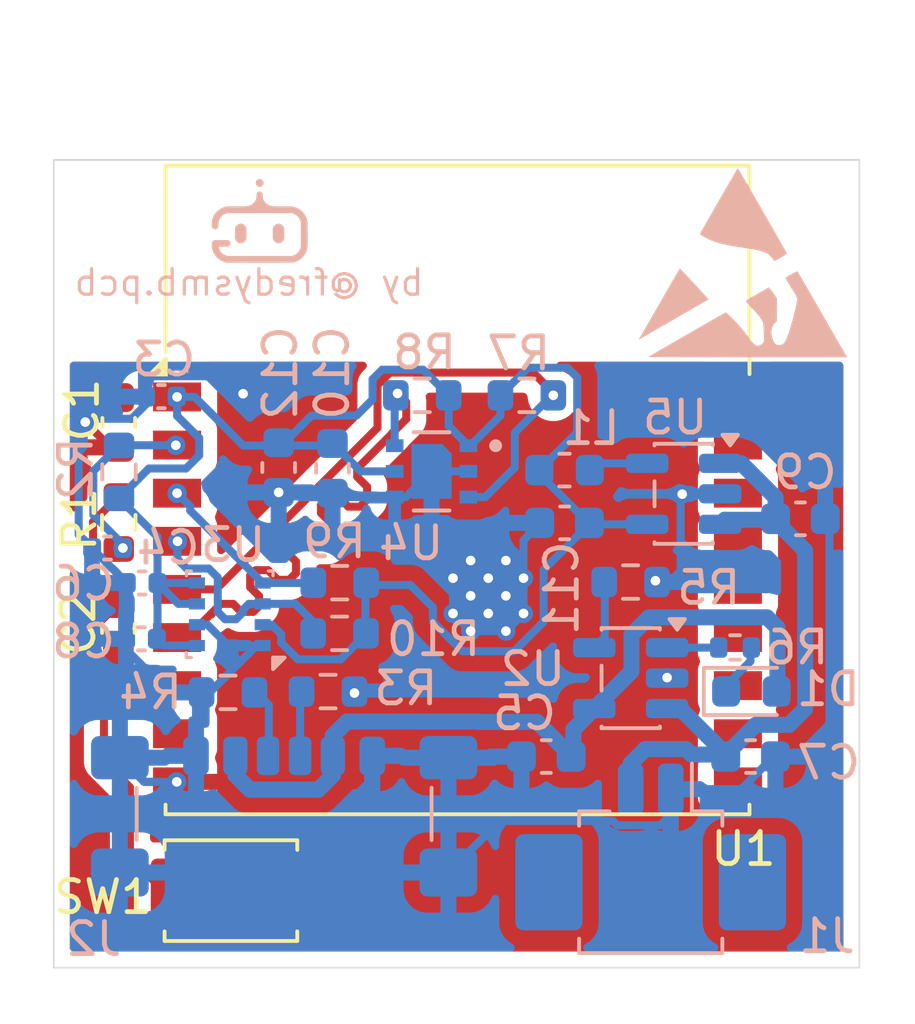
<source format=kicad_pcb>
(kicad_pcb (version 20241229) (generator "pcbnew") (generator_version "9.0")
  (layers (0 "F.Cu" signal) (2 "B.Cu" signal) (13 "F.Paste" user) (15 "B.Paste" user) (5 "F.SilkS" user "F.Silkscreen") (7 "B.SilkS" user "B.Silkscreen") (1 "F.Mask" user) (3 "B.Mask" user) (25 "Edge.Cuts" user))
  (net 0 "")
  (net 1 "Net-(J2-CC1)")
  (net 2 "GND")
  (net 3 "Net-(J2-CC2)")
  (net 4 "+3V3")
  (net 5 "Net-(U1-EN)")
  (net 6 "/BME280_SDA")
  (net 7 "/BME280_SCL")
  (net 8 "/SGP40_SCL")
  (net 9 "/SGP40_SDA")
  (net 10 "Net-(D1-K)")
  (net 22 "VBUS")
  (net 23 "+BATT")
  (net 24 "Net-(U2-PROG)")
  (net 25 "Net-(U2-STAT)")
  (net 26 "Net-(U5-SW)")
  (net 27 "Net-(C2-Pad1)")
  (footprint "Capacitor_SMD:C_0603_1608Metric" (layer "F.Cu") (at 128.17 59.995 -90)
    (property "Reference" "C1")
    (property "Value" "10uF")
  )
  (footprint "Resistor_SMD:R_0603_1608Metric" (layer "F.Cu") (at 128.17 63.115 90)
    (property "Reference" "R1")
    (property "Value" "10k")
  )
  (footprint "Capacitor_SMD:C_0603_1608Metric" (layer "F.Cu") (at 128.16 66.415 -90)
    (property "Reference" "C2")
    (property "Value" "1uF")
  )
  (footprint "RF_Module:ESP32-C3-WROOM-02" (layer "F.Cu") (at 138.74 65.2)
    (property "Reference" "U1")
    (property "Value" "ESP32-C3-WROOM-02")
  )
  (footprint "Button_Switch_SMD:SW_Push_SPST_NO_Alps_SKRK" (layer "F.Cu") (at 131.67 74.59 180)
    (property "Reference" "SW1")
    (property "Value" "SW_Push")
  )
  (footprint "Resistor_SMD:R_0603_1608Metric" (layer "B.Cu") (at 140.905 59.15)
    (property "Reference" "R7")
    (property "Value" "4.7k")
  )
  (footprint "Resistor_SMD:R_0402_1005Metric" (layer "B.Cu") (at 147.4 67.01 180)
    (property "Reference" "R6")
    (property "Value" "470")
  )
  (footprint "Symbol:ESD-Logo_6.6x6mm_SilkScreen" (layer "B.Cu") (at 147.641761 55.004512 180)
    (property "Reference" "REF**" (hide yes))
    (property "Value" "ESD-Logo_6.6x6mm_SilkScreen" (hide yes))
  )
  (footprint "Package_TO_SOT_SMD:SOT-23-5" (layer "B.Cu") (at 144.144339 67.964796 180)
    (property "Reference" "U2")
    (property "Value" "MCP73831")
  )
  (footprint "Capacitor_SMD:C_0402_1005Metric" (layer "B.Cu") (at 127.82 63.91 180)
    (property "Reference" "C4")
    (property "Value" "0.1uF")
  )
  (footprint "Capacitor_SMD:C_0603_1608Metric" (layer "B.Cu") (at 141.51 70.41 180)
    (property "Reference" "C5")
    (property "Value" "4.7uF")
  )
  (footprint "Connector_USB:USB_C_Receptacle_GCT_USB4135-GF-A_6P_TopMnt_Horizontal" (layer "B.Cu") (at 133.33 73.4225 180)
    (property "Reference" "J2")
    (property "Value" "USB_C_PowerOnly")
  )
  (footprint "Capacitor_SMD:C_0402_1005Metric" (layer "B.Cu") (at 129.5 59.19 180)
    (property "Reference" "C3")
    (property "Value" "0.1uF")
  )
  (footprint "Capacitor_SMD:C_0603_1608Metric" (layer "B.Cu") (at 149.44 63)
    (property "Reference" "C9")
    (property "Value" "4.7uF")
  )
  (footprint "Connector_Molex:Molex_PicoBlade_53261-0271_1x02-1MP_P1.25mm_Horizontal" (layer "B.Cu") (at 144.768774 73.827352 180)
    (property "Reference" "J1")
    (property "Value" "BAT_Connector")
  )
  (footprint "Capacitor_SMD:C_0603_1608Metric" (layer "B.Cu") (at 134.84 61.425 -90)
    (property "Reference" "C10")
    (property "Value" "1uF")
  )
  (footprint "Package_TO_SOT_SMD:SOT-23-5" (layer "B.Cu") (at 145.7975 62.22 180)
    (property "Reference" "U5")
    (property "Value" "TPS62203")
  )
  (footprint "LED_SMD:LED_0603_1608Metric" (layer "B.Cu") (at 147.91 68.38)
    (property "Reference" "D1")
    (property "Value" "LED")
  )
  (footprint "Resistor_SMD:R_0603_1608Metric" (layer "B.Cu") (at 144.14 64.97 180)
    (property "Reference" "R5")
    (property "Value" "2k")
  )
  (footprint "Capacitor_SMD:C_0402_1005Metric" (layer "B.Cu") (at 128.88 66.74 180)
    (property "Reference" "C8")
    (property "Value" "0.1uF")
  )
  (footprint "Package_LGA:Bosch_LGA-8_2.5x2.5mm_P0.65mm_ClockwisePinNumbering" (layer "B.Cu") (at 131.635 65.975 90)
    (property "Reference" "U3")
    (property "Value" "BME280")
  )
  (footprint "Resistor_SMD:R_0603_1608Metric" (layer "B.Cu") (at 134.699788 68.383922)
    (property "Reference" "R3")
    (property "Value" "10k")
  )
  (footprint "Resistor_SMD:R_0603_1608Metric" (layer "B.Cu") (at 131.58 68.41 180)
    (property "Reference" "R4")
    (property "Value" "10k")
  )
  (footprint "Inductor_SMD:L_0603_1608Metric" (layer "B.Cu") (at 142.08 61.48 180)
    (property "Reference" "L1")
    (property "Value" "10uH")
  )
  (footprint "Global_Footprint:InGnia" (layer "B.Cu") (at 132.57 53.71 180)
    (property "Reference" "G***" (hide yes))
    (property "Value" "LOGO" (hide yes))
  )
  (footprint "Capacitor_SMD:C_0603_1608Metric" (layer "B.Cu") (at 142.081222 63.125807 180)
    (property "Reference" "C11")
    (property "Value" "4.7uF")
  )
  (footprint "Resistor_SMD:R_0603_1608Metric" (layer "B.Cu") (at 137.64 59.15 180)
    (property "Reference" "R8")
    (property "Value" "4.7k")
  )
  (footprint "Capacitor_SMD:C_0402_1005Metric" (layer "B.Cu") (at 128.9 65 180)
    (property "Reference" "C6")
    (property "Value" "0.1uF")
  )
  (footprint "Global_Footprint:XCDR_SGP40-D-R4" (layer "B.Cu") (at 137.93 61.52 180)
    (property "Reference" "U4")
    (property "Value" "SGP40-D-R4")
  )
  (footprint "Capacitor_SMD:C_0603_1608Metric" (layer "B.Cu") (at 147.885 70.41)
    (property "Reference" "C7")
    (property "Value" "4.7uF")
  )
  (footprint "Resistor_SMD:R_0603_1608Metric" (layer "B.Cu") (at 135.065 64.99 180)
    (property "Reference" "R9")
    (property "Value" "4.7k")
  )
  (footprint "Resistor_SMD:R_0603_1608Metric" (layer "B.Cu") (at 128.178355 61.535599 90)
    (property "Reference" "R2")
    (property "Value" "10k")
  )
  (footprint "Capacitor_SMD:C_0603_1608Metric" (layer "B.Cu") (at 133.16 61.4 -90)
    (property "Reference" "C12")
    (property "Value" "1uF")
  )
  (footprint "Resistor_SMD:R_0603_1608Metric" (layer "B.Cu") (at 135.06 66.57 180)
    (property "Reference" "R10")
    (property "Value" "4.7k")
  )
  (gr_rect (start 126.14 51.81) (end 151.28 76.99) (stroke (width 0.05)) (fill no) (layer "Edge.Cuts"))
  (gr_text "by @fredysmb.pcb" (at 137.75 56.1 0) (layer "B.SilkS") (effects (font (size 0.8 0.8) (thickness 0.1) (bold yes)) (justify left bottom mirror)))
  (segment (start 133.83 70.39) (end 133.83 68.475) (width 0.25) (layer "B.Cu") (net 1))
  (segment (start 133.83 68.475) (end 133.875 68.43) (width 0.25) (layer "B.Cu") (net 1))
  (segment (start 144.985 65) (end 144.985 67.655) (width 0.25) (layer "F.Cu") (net 2))
  (segment (start 127.91206 60.77) (end 127.125125 59.983065) (width 0.25) (layer "F.Cu") (net 2))
  (segment (start 136.72 68.38) (end 139.7 65.4) (width 0.25) (layer "F.Cu") (net 2))
  (segment (start 132.695 71.2) (end 129.99 71.2) (width 0.25) (layer "F.Cu") (net 2))
  (segment (start 135.525 68.43) (end 135.465 68.43) (width 0.25) (layer "F.Cu") (net 2))
  (segment (start 144.985 67.655) (end 145.28 67.95) (width 0.25) (layer "F.Cu") (net 2))
  (segment (start 128.16 67.19) (end 128.16 70.37) (width 0.25) (layer "F.Cu") (net 2))
  (segment (start 128.99 71.2) (end 129.98 71.2) (width 0.25) (layer "F.Cu") (net 2))
  (segment (start 135.575 68.38) (end 136.72 68.38) (width 0.25) (layer "F.Cu") (net 2))
  (segment (start 129.98 71.2) (end 129.99 71.2) (width 0.25) (layer "F.Cu") (net 2))
  (segment (start 144.915 64.93) (end 144.445 65.4) (width 0.25) (layer "F.Cu") (net 2))
  (segment (start 144.915 64.93) (end 144.985 65) (width 0.25) (layer "F.Cu") (net 2))
  (segment (start 135.525 68.43) (end 135.575 68.38) (width 0.25) (layer "F.Cu") (net 2))
  (segment (start 128.17 60.77) (end 127.91206 60.77) (width 0.25) (layer "F.Cu") (net 2))
  (segment (start 135.465 68.43) (end 132.695 71.2) (width 0.25) (layer "F.Cu") (net 2))
  (segment (start 144.445 65.4) (end 139.7 65.4) (width 0.25) (layer "F.Cu") (net 2))
  (segment (start 128.16 70.37) (end 128.99 71.2) (width 0.25) (layer "F.Cu") (net 2))
  (via (at 144.915 64.93) (size 0.6) (drill 0.3) (layers "F.Cu" "B.Cu") (net 2))
  (via (at 127.125125 59.983065) (size 0.6) (drill 0.3) (layers "F.Cu" "B.Cu") (net 2))
  (via (at 129.98 71.2) (size 0.6) (drill 0.3) (layers "F.Cu" "B.Cu") (net 2))
  (via (at 135.525 68.43) (size 0.6) (drill 0.3) (layers "F.Cu" "B.Cu") (net 2))
  (via (at 133.16 62.175) (size 0.6) (drill 0.3) (layers "F.Cu" "B.Cu") (net 2))
  (via (at 145.28 67.95) (size 0.6) (drill 0.3) (layers "F.Cu" "B.Cu") (net 2))
  (via (at 132.05 59.1) (size 0.6) (drill 0.3) (layers "F.Cu" "B.Cu") (net 2))
  (via (at 145.75 62.23) (size 0.6) (drill 0.3) (layers "F.Cu" "B.Cu") (net 2))
  (segment (start 140.8 65.95) (end 140.8 64.85) (width 0.25) (layer "B.Cu") (net 2))
  (segment (start 140.063502 72.416498) (end 143.583502 72.416498) (width 0.25) (layer "B.Cu") (net 2))
  (segment (start 128.13 64.7) (end 128.13 64.71) (width 0.25) (layer "B.Cu") (net 2))
  (segment (start 128.56 59.889999) (end 129.02 59.429999) (width 0.25) (layer "B.Cu") (net 2))
  (segment (start 140.25 65.4) (end 139.7 65.95) (width 0.25) (layer "B.Cu") (net 2))
  (segment (start 130.58 68.415) (end 130.675 68.32) (width 0.25) (layer "B.Cu") (net 2))
  (segment (start 128.96 71.2) (end 128.205 70.445) (width 0.25) (layer "B.Cu") (net 2))
  (segment (start 145.7 64.625) (end 145.7 62.28) (width 0.25) (layer "B.Cu") (net 2))
  (segment (start 127.963096 64.546) (end 127.976 64.546) (width 0.25) (layer "B.Cu") (net 2))
  (segment (start 140.25 66.5) (end 139.7 65.95) (width 0.25) (layer "B.Cu") (net 2))
  (segment (start 145.395 64.93) (end 145.7 64.625) (width 0.25) (layer "B.Cu") (net 2))
  (segment (start 139.7 65.95) (end 139.15 65.4) (width 0.25) (layer "B.Cu") (net 2))
  (segment (start 140.25 66.5) (end 140.25 65.4) (width 0.25) (layer "B.Cu") (net 2))
  (segment (start 140.25 64.3) (end 140.25 65.4) (width 0.25) (layer "B.Cu") (net 2))
  (segment (start 138.455 70.445) (end 138.455 74.025) (width 0.25) (layer "B.Cu") (net 2))
  (segment (start 131.100582 68.32) (end 130.675 68.32) (width 0.25) (layer "B.Cu") (net 2))
  (segment (start 130.58 70.39) (end 128.26 70.39) (width 0.25) (layer "B.Cu") (net 2))
  (segment (start 134.93 62.28) (end 136.74 62.28) (width 0.25) (layer "B.Cu") (net 2))
  (segment (start 136.78 62.32) (end 137.13 62.32) (width 0.25) (layer "B.Cu") (net 2))
  (segment (start 128.42 67.089999) (end 128.42 65) (width 0.25) (layer "B.Cu") (net 2))
  (segment (start 127.22819 59.88) (end 127.125125 59.983065) (width 0.25) (layer "B.Cu") (net 2))
  (segment (start 140.8 64.85) (end 140.8 63.665) (width 0.25) (layer "B.Cu") (net 2))
  (segment (start 145.7 62.28) (end 145.76 62.22) (width 0.25) (layer "B.Cu") (net 2))
  (segment (start 139.15 64.3) (end 139.7 64.85) (width 0.25) (layer "B.Cu") (net 2))
  (segment (start 139.15 65.4) (end 139.7 64.85) (width 0.25) (layer "B.Cu") (net 2))
  (segment (start 137.93 63.08) (end 139.15 64.3) (width 0.25) (layer "B.Cu") (net 2))
  (segment (start 129.02 59.19) (end 129.02 58.77) (width 0.25) (layer "B.Cu") (net 2))
  (segment (start 128.205 70.445) (end 128.205 74.025) (width 0.25) (layer "B.Cu") (net 2))
  (segment (start 130.58 70.39) (end 130.58 71.63) (width 0.25) (layer "B.Cu") (net 2))
  (segment (start 139.7 64.85) (end 140.25 65.4) (width 0.25) (layer "B.Cu") (net 2))
  (segment (start 132.66 66.95) (end 132.470582 66.95) (width 0.25) (layer "B.Cu") (net 2))
  (segment (start 138.6 65.95) (end 139.15 66.5) (width 0.25) (layer "B.Cu") (net 2))
  (segment (start 145.393774 72.227352) (end 145.393774 71.427352) (width 0.25) (layer "B.Cu") (net 2))
  (segment (start 138.455 74.025) (end 140.063502 72.416498) (width 0.25) (layer "B.Cu") (net 2))
  (segment (start 145.281839 67.964796) (end 145.281839 67.951839) (width 0.25) (layer "B.Cu") (net 2))
  (segment (start 129.98 71.2) (end 128.96 71.2) (width 0.25) (layer "B.Cu") (net 2))
  (segment (start 127.976 64.546) (end 128.13 64.7) (width 0.25) (layer "B.Cu") (net 2))
  (segment (start 130.58 71.63) (end 131.54 72.59) (width 0.25) (layer "B.Cu") (net 2))
  (segment (start 128.26 70.39) (end 128.205 70.445) (width 0.25) (layer "B.Cu") (net 2))
  (segment (start 137.13 62.32) (end 137.93 61.52) (width 0.25) (layer "B.Cu") (net 2))
  (segment (start 138.6 64.85) (end 139.15 65.4) (width 0.25) (layer "B.Cu") (net 2))
  (segment (start 138.6 64.85) (end 139.7 64.85) (width 0.25) (layer "B.Cu") (net 2))
  (segment (start 143.583502 72.416498) (end 143.720356 72.553352) (width 0.25) (layer "B.Cu") (net 2))
  (segment (start 145.281839 67.951839) (end 145.28 67.95) (width 0.25) (layer "B.Cu") (net 2))
  (segment (start 138.455 70.445) (end 140.79 70.445) (width 0.25) (layer "B.Cu") (net 2))
  (segment (start 131.54 72.59) (end 134.6 72.59) (width 0.25) (layer "B.Cu") (net 2))
  (segment (start 139.15 64.3) (end 138.6 64.85) (width 0.25) (layer "B.Cu") (net 2))
  (segment (start 148.669339 70.347296) (end 149.832704 70.347296) (width 0.25) (layer "B.Cu") (net 2))
  (segment (start 133.25 62.265) (end 134.915 62.265) (width 0.25) (layer "B.Cu") (net 2))
  (segment (start 127.34 63.91) (end 127.34 63.922904) (width 0.25) (layer "B.Cu") (net 2))
  (segment (start 127.694 64.276904) (end 127.963096 64.546) (width 0.25) (layer "B.Cu") (net 2))
  (segment (start 140.79 70.445) (end 140.805 70.46) (width 0.25) (layer "B.Cu") (net 2))
  (segment (start 140.25 66.5) (end 140.8 65.95) (width 0.25) (layer "B.Cu") (net 2))
  (segment (start 138.6 64.85) (end 138.6 65.95) (width 0.25) (layer "B.Cu") (net 2))
  (segment (start 150.343257 69.836743) (end 150.343257 63.033465) (width 0.25) (layer "B.Cu") (net 2))
  (segment (start 140.8 64.85) (end 140.25 65.4) (width 0.25) (layer "B.Cu") (net 2))
  (segment (start 132.66 66.95) (end 131.587 66.95) (width 0.25) (layer "B.Cu") (net 2))
  (segment (start 139.7 65.95) (end 139.7 64.85) (width 0.25) (layer "B.Cu") (net 2))
  (segment (start 126.92 63.49) (end 126.92 60.18819) (width 0.25) (layer "B.Cu") (net 2))
  (segment (start 147.589283 71.427352) (end 148.669339 70.347296) (width 0.25) (layer "B.Cu") (net 2))
  (segment (start 131.587 66.95) (end 130.937 66.3) (width 0.25) (layer "B.Cu") (net 2))
  (segment (start 139.15 66.5) (end 140.25 66.5) (width 0.25) (layer "B.Cu") (net 2))
  (segment (start 128.417096 65) (end 128.42 65) (width 0.25) (layer "B.Cu") (net 2))
  (segment (start 139.15 66.5) (end 139.7 65.95) (width 0.25) (layer "B.Cu") (net 2))
  (segment (start 140.8 65.95) (end 139.7 65.95) (width 0.25) (layer "B.Cu") (net 2))
  (segment (start 128.56 59.889999) (end 128.550001 59.88) (width 0.25) (layer "B.Cu") (net 2))
  (segment (start 129.02 58.77) (end 129.236 58.554) (width 0.25) (layer "B.Cu") (net 2))
  (segment (start 139.15 65.4) (end 140.25 65.4) (width 0.25) (layer "B.Cu") (net 2))
  (segment (start 130.675 68.32) (end 129.650001 68.32) (width 0.25) (layer "B.Cu") (net 2))
  (segment (start 129.02 59.429999) (end 129.02 59.19) (width 0.25) (layer "B.Cu") (net 2))
  (segment (start 138.6 65.95) (end 139.15 65.4) (width 0.25) (layer "B.Cu") (net 2))
  (segment (start 140.25 64.3) (end 139.7 64.85) (width 0.25) (layer "B.Cu") (net 2))
  (segment (start 138.6 65.95) (end 139.7 65.95) (width 0.25) (layer "B.Cu") (net 2))
  (segment (start 140.8 63.665) (end 141.305 63.16) (width 0.25) (layer "B.Cu") (net 2))
  (segment (start 129.650001 68.32) (end 128.42 67.089999) (width 0.25) (layer "B.Cu") (net 2))
  (segment (start 128.13 64.71) (end 128.42 65) (width 0.25) (layer "B.Cu") (net 2))
  (segment (start 140.8 64.85) (end 140.25 64.3) (width 0.25) (layer "B.Cu") (net 2))
  (segment (start 127.694 64.264) (end 127.694 64.276904) (width 0.25) (layer "B.Cu") (net 2))
  (segment (start 144.915 64.93) (end 145.395 64.93) (width 0.25) (layer "B.Cu") (net 2))
  (segment (start 130.58 70.39) (end 130.58 68.415) (width 0.25) (layer "B.Cu") (net 2))
  (segment (start 126.92 60.18819) (end 127.125125 59.983065) (width 0.25) (layer "B.Cu") (net 2))
  (segment (start 137.93 61.52) (end 139.08 61.52) (width 0.25) (layer "B.Cu") (net 2))
  (segment (start 128.550001 59.88) (end 127.22819 59.88) (width 0.25) (layer "B.Cu") (net 2))
  (segment (start 132.470582 66.95) (end 131.100582 68.32) (width 0.25) (layer "B.Cu") (net 2))
  (segment (start 127.34 63.922904) (end 128.417096 65) (width 0.25) (layer "B.Cu") (net 2))
  (segment (start 136.74 62.28) (end 136.78 62.32) (width 0.25) (layer "B.Cu") (net 2))
  (segment (start 126.92 63.49) (end 127.34 63.91) (width 0.25) (layer "B.Cu") (net 2))
  (segment (start 140.25 64.3) (end 139.15 64.3) (width 0.25) (layer "B.Cu") (net 2))
  (segment (start 145.393774 71.427352) (end 147.589283 71.427352) (width 0.25) (layer "B.Cu") (net 2))
  (segment (start 139.15 64.3) (end 139.15 65.4) (width 0.25) (layer "B.Cu") (net 2))
  (segment (start 143.720356 72.553352) (end 145.067774 72.553352) (width 0.25) (layer "B.Cu") (net 2))
  (segment (start 137.93 61.52) (end 137.93 63.08) (width 0.25) (layer "B.Cu") (net 2))
  (segment (start 134.6 72.59) (end 136.08 71.11) (width 0.25) (layer "B.Cu") (net 2))
  (segment (start 145.76 62.22) (end 146.935 62.22) (width 0.25) (layer "B.Cu") (net 2))
  (segment (start 138.4 70.39) (end 138.455 70.445) (width 0.25) (layer "B.Cu") (net 2))
  (segment (start 134.915 62.265) (end 134.93 62.28) (width 0.25) (layer "B.Cu") (net 2))
  (segment (start 140.8 65.95) (end 140.25 65.4) (width 0.25) (layer "B.Cu") (net 2))
  (segment (start 136.08 71.11) (end 136.08 70.39) (width 0.25) (layer "B.Cu") (net 2))
  (segment (start 130.937 66.3) (end 130.61 66.3) (width 0.25) (layer "B.Cu") (net 2))
  (segment (start 145.067774 72.553352) (end 145.393774 72.227352) (width 0.25) (layer "B.Cu") (net 2))
  (segment (start 149.832704 70.347296) (end 150.343257 69.836743) (width 0.25) (layer "B.Cu") (net 2))
  (segment (start 139.15 65.4) (end 139.15 66.5) (width 0.25) (layer "B.Cu") (net 2))
  (segment (start 129.236 58.554) (end 131.504 58.554) (width 0.25) (layer "B.Cu") (net 2))
  (segment (start 136.08 70.39) (end 138.4 70.39) (width 0.25) (layer "B.Cu") (net 2))
  (segment (start 131.504 58.554) (end 132.05 59.1) (width 0.25) (layer "B.Cu") (net 2))
  (segment (start 132.85271 68.80271) (end 132.447289 68.397289) (width 0.25) (layer "B.Cu") (net 3))
  (segment (start 132.85271 70.374034) (end 132.85271 68.80271) (width 0.25) (layer "B.Cu") (net 3))
  (segment (start 128.16 59.21) (end 127.975 59.21) (width 0.25) (layer "F.Cu") (net 4))
  (segment (start 128.17 59.22) (end 128.16 59.21) (width 0.25) (layer "F.Cu") (net 4))
  (segment (start 128.17 59.22) (end 128.19 59.2) (width 0.25) (layer "F.Cu") (net 4))
  (segment (start 128.19 59.2) (end 129.99 59.2) (width 0.25) (layer "F.Cu") (net 4))
  (via (at 129.99 59.2) (size 0.6) (drill 0.3) (layers "F.Cu" "B.Cu") (net 4))
  (segment (start 129.38 65) (end 129.38 63.562244) (width 0.25) (layer "B.Cu") (net 4))
  (segment (start 129.99 59.2) (end 130.54 59.2) (width 0.25) (layer "B.Cu") (net 4))
  (segment (start 130.68 61.02) (end 130.27 61.43) (width 0.25) (layer "B.Cu") (net 4))
  (segment (start 130.61 66.95) (end 129.55 66.95) (width 0.25) (layer "B.Cu") (net 4))
  (segment (start 130.61 65.65) (end 130.03 65.65) (width 0.25) (layer "B.Cu") (net 4))
  (segment (start 132.66 66.3) (end 132.94 66.3) (width 0.25) (layer "B.Cu") (net 4))
  (segment (start 136.391582 58.349) (end 137.664 58.349) (width 0.25) (layer "B.Cu") (net 4))
  (segment (start 138.144702 66.38) (end 138.890702 67.126) (width 0.25) (layer "B.Cu") (net 4))
  (segment (start 129.55 66.95) (end 129.36 66.76) (width 0.25) (layer "B.Cu") (net 4))
  (segment (start 133.760582 67.38) (end 135.095 67.38) (width 0.25) (layer "B.Cu") (net 4))
  (segment (start 135.59 59.78) (end 136.089 59.281) (width 0.25) (layer "B.Cu") (net 4))
  (segment (start 136.089 59.281) (end 136.089 58.651582) (width 0.25) (layer "B.Cu") (net 4))
  (segment (start 141.426 66.209298) (end 141.426 64.589) (width 0.25) (layer "B.Cu") (net 4))
  (segment (start 141.2925 61.5975) (end 142.855 63.16) (width 0.25) (layer "B.Cu") (net 4))
  (segment (start 129.36 66.76) (end 129.36 66.74) (width 0.25) (layer "B.Cu") (net 4))
  (segment (start 138.890702 67.126) (end 140.509298 67.126) (width 0.25) (layer "B.Cu") (net 4))
  (segment (start 129.38 66.72) (end 129.36 66.74) (width 0.25) (layer "B.Cu") (net 4))
  (segment (start 129.99 59.79) (end 130.68 60.48) (width 0.25) (layer "B.Cu") (net 4))
  (segment (start 135.865 66.61) (end 135.865 65.06) (width 0.25) (layer "B.Cu") (net 4))
  (segment (start 132.055 60.715) (end 133.25 60.715) (width 0.25) (layer "B.Cu") (net 4))
  (segment (start 140.941 58.289) (end 142.173418 58.289) (width 0.25) (layer "B.Cu") (net 4))
  (segment (start 129.5 65) (end 129.47 65.03) (width 0.25) (layer "B.Cu") (net 4))
  (segment (start 133.24 66.6) (end 133.24 66.859418) (width 0.25) (layer "B.Cu") (net 4))
  (segment (start 130.27 61.43) (end 129.108954 61.43) (width 0.25) (layer "B.Cu") (net 4))
  (segment (start 137.974 66.209298) (end 138.14 66.375298) (width 0.25) (layer "B.Cu") (net 4))
  (segment (start 142.476 58.591582) (end 142.476 60.2965) (width 0.25) (layer "B.Cu") (net 4))
  (segment (start 138.14 66.38) (end 138.144702 66.38) (width 0.25) (layer "B.Cu") (net 4))
  (segment (start 129.108954 61.43) (end 128.178355 62.360599) (width 0.25) (layer "B.Cu") (net 4))
  (segment (start 133.25 60.715) (end 134.915 60.715) (width 0.25) (layer "B.Cu") (net 4))
  (segment (start 140.08 59.15) (end 140.08 59.78) (width 0.25) (layer "B.Cu") (net 4))
  (segment (start 133.25 60.715) (end 134.185 59.78) (width 0.25) (layer "B.Cu") (net 4))
  (segment (start 137.27 65.06) (end 137.974 65.764) (width 0.25) (layer "B.Cu") (net 4))
  (segment (start 129.43 65.07) (end 129.47 65.03) (width 0.25) (layer "B.Cu") (net 4))
  (segment (start 142.173418 58.289) (end 142.476 58.591582) (width 0.25) (layer "B.Cu") (net 4))
  (segment (start 137.974 65.764) (end 137.974 66.209298) (width 0.25) (layer "B.Cu") (net 4))
  (segment (start 138.14 66.375298) (end 138.14 66.38) (width 0.25) (layer "B.Cu") (net 4))
  (segment (start 129.38 63.562244) (end 128.178355 62.360599) (width 0.25) (layer "B.Cu") (net 4))
  (segment (start 135.865 65.06) (end 137.27 65.06) (width 0.25) (layer "B.Cu") (net 4))
  (segment (start 135.72 61.52) (end 134.93 60.73) (width 0.25) (layer "B.Cu") (net 4))
  (segment (start 136.089 58.651582) (end 136.391582 58.349) (width 0.25) (layer "B.Cu") (net 4))
  (segment (start 141.426 64.589) (end 142.855 63.16) (width 0.25) (layer "B.Cu") (net 4))
  (segment (start 129.38 65) (end 129.38 66.72) (width 0.25) (layer "B.Cu") (net 4))
  (segment (start 140.509298 67.126) (end 141.426 66.209298) (width 0.25) (layer "B.Cu") (net 4))
  (segment (start 142.476 60.2965) (end 141.2925 61.48) (width 0.25) (layer "B.Cu") (net 4))
  (segment (start 137.664 58.349) (end 138.465 59.15) (width 0.25) (layer "B.Cu") (net 4))
  (segment (start 140.08 59.78) (end 139.14 60.72) (width 0.25) (layer "B.Cu") (net 4))
  (segment (start 130.03 65.65) (end 129.38 65) (width 0.25) (layer "B.Cu") (net 4))
  (segment (start 138.465 60.105) (end 138.465 59.15) (width 0.25) (layer "B.Cu") (net 4))
  (segment (start 134.185 59.78) (end 135.59 59.78) (width 0.25) (layer "B.Cu") (net 4))
  (segment (start 130.61 65) (end 129.5 65) (width 0.25) (layer "B.Cu") (net 4))
  (segment (start 139.08 60.72) (end 138.465 60.105) (width 0.25) (layer "B.Cu") (net 4))
  (segment (start 133.24 66.859418) (end 133.760582 67.38) (width 0.25) (layer "B.Cu") (net 4))
  (segment (start 132.94 66.3) (end 133.24 66.6) (width 0.25) (layer "B.Cu") (net 4))
  (segment (start 139.14 60.72) (end 139.08 60.72) (width 0.25) (layer "B.Cu") (net 4))
  (segment (start 142.865 63.17) (end 142.855 63.16) (width 0.25) (layer "B.Cu") (net 4))
  (segment (start 141.2925 61.48) (end 141.2925 61.5975) (width 0.25) (layer "B.Cu") (net 4))
  (segment (start 144.66 63.17) (end 142.865 63.17) (width 0.25) (layer "B.Cu") (net 4))
  (segment (start 130.68 60.48) (end 130.68 61.02) (width 0.25) (layer "B.Cu") (net 4))
  (segment (start 129.99 59.2) (end 129.99 59.79) (width 0.25) (layer "B.Cu") (net 4))
  (segment (start 130.54 59.2) (end 132.055 60.715) (width 0.25) (layer "B.Cu") (net 4))
  (segment (start 140.08 59.15) (end 140.941 58.289) (width 0.25) (layer "B.Cu") (net 4))
  (segment (start 134.915 60.715) (end 134.93 60.73) (width 0.25) (layer "B.Cu") (net 4))
  (segment (start 135.095 67.38) (end 135.865 66.61) (width 0.25) (layer "B.Cu") (net 4))
  (segment (start 136.78 61.52) (end 135.72 61.52) (width 0.25) (layer "B.Cu") (net 4))
  (via (at 129.95 60.705) (size 0.6) (drill 0.3) (layers "F.Cu" "B.Cu") (net 5))
  (via (at 128.3 63.91) (size 0.6) (drill 0.3) (layers "F.Cu" "B.Cu") (net 5))
  (segment (start 129.95 60.705) (end 128.183954 60.705) (width 0.25) (layer "B.Cu") (net 5))
  (segment (start 127.86 60.715) (end 127.864401 60.710599) (width 0.25) (layer "B.Cu") (net 5))
  (segment (start 127.377355 61.511599) (end 128.178355 60.710599) (width 0.25) (layer "B.Cu") (net 5))
  (segment (start 128.3 63.8) (end 127.377355 62.877355) (width 0.25) (layer "B.Cu") (net 5))
  (segment (start 127.377355 62.877355) (end 127.377355 61.511599) (width 0.25) (layer "B.Cu") (net 5))
  (segment (start 128.183954 60.705) (end 128.178355 60.710599) (width 0.25) (layer "B.Cu") (net 5))
  (segment (start 128.3 63.91) (end 128.3 63.8) (width 0.25) (layer "B.Cu") (net 5))
  (segment (start 129.944401 60.710599) (end 129.95 60.705) (width 0.25) (layer "B.Cu") (net 5))
  (via (at 129.99 62.2) (size 0.6) (drill 0.3) (layers "F.Cu" "B.Cu") (net 6))
  (segment (start 129.99 62.2) (end 130.4 62.61) (width 0.25) (layer "B.Cu") (net 6))
  (segment (start 130.4 62.61) (end 130.4 62.74) (width 0.25) (layer "B.Cu") (net 6))
  (segment (start 134.23 65) (end 132.66 65) (width 0.25) (layer "B.Cu") (net 6))
  (segment (start 134.24 64.99) (end 134.23 65) (width 0.25) (layer "B.Cu") (net 6))
  (segment (start 130.4 62.74) (end 132.66 65) (width 0.25) (layer "B.Cu") (net 6))
  (segment (start 130.005 63.7) (end 129.99 63.7) (width 0.25) (layer "F.Cu") (net 7))
  (via (at 130.005 63.7) (size 0.6) (drill 0.3) (layers "F.Cu" "B.Cu") (net 7))
  (segment (start 130.289 64.549) (end 130.979 64.549) (width 0.25) (layer "B.Cu") (net 7))
  (segment (start 132.23 65.65) (end 132.66 65.65) (width 0.25) (layer "B.Cu") (net 7))
  (segment (start 130.005 63.7) (end 130.005 64.265) (width 0.25) (layer "B.Cu") (net 7))
  (segment (start 131.83 66.13) (end 132.05 65.91) (width 0.25) (layer "B.Cu") (net 7))
  (segment (start 133.675582 65.65) (end 132.66 65.65) (width 0.25) (layer "B.Cu") (net 7))
  (segment (start 130.005 64.265) (end 130.289 64.549) (width 0.25) (layer "B.Cu") (net 7))
  (segment (start 134.215 66.61) (end 134.215 66.185) (width 0.25) (layer "B.Cu") (net 7))
  (segment (start 131.26 65.9) (end 131.49 66.13) (width 0.25) (layer "B.Cu") (net 7))
  (segment (start 132.05 65.83) (end 132.23 65.65) (width 0.25) (layer "B.Cu") (net 7))
  (segment (start 131.26 64.83) (end 131.26 65.9) (width 0.25) (layer "B.Cu") (net 7))
  (segment (start 134.215 66.185) (end 133.821 65.791) (width 0.25) (layer "B.Cu") (net 7))
  (segment (start 133.816582 65.791) (end 133.675582 65.65) (width 0.25) (layer "B.Cu") (net 7))
  (segment (start 131.49 66.13) (end 131.83 66.13) (width 0.25) (layer "B.Cu") (net 7))
  (segment (start 132.05 65.91) (end 132.05 65.83) (width 0.25) (layer "B.Cu") (net 7))
  (segment (start 133.821 65.791) (end 133.816582 65.791) (width 0.25) (layer "B.Cu") (net 7))
  (segment (start 130.979 64.549) (end 131.26 64.83) (width 0.25) (layer "B.Cu") (net 7))
  (segment (start 133.13 64.9) (end 133.49 64.9) (width 0.25) (layer "F.Cu") (net 8))
  (segment (start 137.14 59.36) (end 136.87 59.09) (width 0.25) (layer "F.Cu") (net 8))
  (segment (start 132.27 64.772) (end 132.442 64.6) (width 0.25) (layer "F.Cu") (net 8))
  (segment (start 131.034 65.976) (end 131.066 65.976) (width 0.25) (layer "F.Cu") (net 8))
  (segment (start 131.066 65.976) (end 131.066 65.944) (width 0.25) (layer "F.Cu") (net 8))
  (segment (start 132.55 65.41) (end 132.27 65.13) (width 0.25) (layer "F.Cu") (net 8))
  (segment (start 133.7 64.69) (end 133.7 64.33) (width 0.25) (layer "F.Cu") (net 8))
  (segment (start 133.37 64) (end 133.37 63.672) (width 0.25) (layer "F.Cu") (net 8))
  (segment (start 135.61 61.69) (end 135.61 61.432) (width 0.25) (layer "F.Cu") (net 8))
  (segment (start 134.48 62.82) (end 134.48 62.562) (width 0.25) (layer "F.Cu") (net 8))
  (segment (start 136.695 60.335) (end 137.14 59.89) (width 0.25) (layer "F.Cu") (net 8))
  (segment (start 135.7 62.62) (end 135.92 62.4) (width 0.25) (layer "F.Cu") (net 8))
  (segment (start 135.33 62.62) (end 135.7 62.62) (width 0.25) (layer "F.Cu") (net 8))
  (segment (start 133.7 64.33) (end 133.37 64) (width 0.25) (layer "F.Cu") (net 8))
  (segment (start 133.61 63.44) (end 133.94 63.44) (width 0.25) (layer "F.Cu") (net 8))
  (segment (start 132.442 64.6) (end 132.83 64.6) (width 0.25) (layer "F.Cu") (net 8))
  (segment (start 132.83 64.6) (end 133.13 64.9) (width 0.25) (layer "F.Cu") (net 8))
  (segment (start 132.27 65.13) (end 132.27 64.772) (width 0.25) (layer "F.Cu") (net 8))
  (segment (start 129.99 66.7) (end 130.31 66.7) (width 0.25) (layer "F.Cu") (net 8))
  (segment (start 136.695 60.347) (end 136.695 60.335) (width 0.25) (layer "F.Cu") (net 8))
  (segment (start 134.28 63.79) (end 134.68 63.79) (width 0.25) (layer "F.Cu") (net 8))
  (segment (start 135.61 61.432) (end 136.695 60.347) (width 0.25) (layer "F.Cu") (net 8))
  (segment (start 134.48 62.562) (end 134.712 62.33) (width 0.25) (layer "F.Cu") (net 8))
  (segment (start 131.99 65.9) (end 132.37 65.9) (width 0.25) (layer "F.Cu") (net 8))
  (segment (start 133.94 63.45) (end 134.28 63.79) (width 0.25) (layer "F.Cu") (net 8))
  (segment (start 132.37 65.9) (end 132.55 65.72) (width 0.25) (layer "F.Cu") (net 8))
  (segment (start 133.94 63.44) (end 133.94 63.45) (width 0.25) (layer "F.Cu") (net 8))
  (segment (start 135.92 62) (end 135.61 61.69) (width 0.25) (layer "F.Cu") (net 8))
  (segment (start 135.92 62.4) (end 135.92 62) (width 0.25) (layer "F.Cu") (net 8))
  (segment (start 131.741 65.651) (end 131.99 65.9) (width 0.25) (layer "F.Cu") (net 8))
  (segment (start 130.31 66.7) (end 131.034 65.976) (width 0.25) (layer "F.Cu") (net 8))
  (segment (start 133.49 64.9) (end 133.7 64.69) (width 0.25) (layer "F.Cu") (net 8))
  (segment (start 134.68 63.79) (end 134.88 63.59) (width 0.25) (layer "F.Cu") (net 8))
  (segment (start 133.37 63.672) (end 133.606 63.436) (width 0.25) (layer "F.Cu") (net 8))
  (segment (start 131.066 65.944) (end 131.359 65.651) (width 0.25) (layer "F.Cu") (net 8))
  (segment (start 135.04 62.33) (end 135.33 62.62) (width 0.25) (layer "F.Cu") (net 8))
  (segment (start 131.359 65.651) (end 131.741 65.651) (width 0.25) (layer "F.Cu") (net 8))
  (segment (start 132.55 65.72) (end 132.55 65.41) (width 0.25) (layer "F.Cu") (net 8))
  (segment (start 133.606 63.436) (end 133.61 63.44) (width 0.25) (layer "F.Cu") (net 8))
  (segment (start 134.88 63.22) (end 134.48 62.82) (width 0.25) (layer "F.Cu") (net 8))
  (segment (start 134.88 63.59) (end 134.88 63.22) (width 0.25) (layer "F.Cu") (net 8))
  (segment (start 137.14 59.89) (end 137.14 59.36) (width 0.25) (layer "F.Cu") (net 8))
  (segment (start 134.712 62.33) (end 135.04 62.33) (width 0.25) (layer "F.Cu") (net 8))
  (via (at 136.87 59.09) (size 0.6) (drill 0.3) (layers "F.Cu" "B.Cu") (net 8))
  (segment (start 136.78 60.72) (end 136.78 59.18) (width 0.25) (layer "B.Cu") (net 8))
  (segment (start 136.78 59.18) (end 136.87 59.09) (width 0.25) (layer "B.Cu") (net 8))
  (segment (start 136.634702 58.44) (end 136.244 58.830702) (width 0.25) (layer "F.Cu") (net 9))
  (segment (start 131.20419 65.2) (end 129.99 65.2) (width 0.25) (layer "F.Cu") (net 9))
  (segment (start 141.73 59.15) (end 141.73 59.07) (width 0.25) (layer "F.Cu") (net 9))
  (segment (start 141.73 59.07) (end 141.1 58.44) (width 0.25) (layer "F.Cu") (net 9))
  (segment (start 136.244 60.16019) (end 131.20419 65.2) (width 0.25) (layer "F.Cu") (net 9))
  (segment (start 136.244 58.830702) (end 136.244 60.16019) (width 0.25) (layer "F.Cu") (net 9))
  (segment (start 141.1 58.44) (end 136.634702 58.44) (width 0.25) (layer "F.Cu") (net 9))
  (via (at 141.73 59.15) (size 0.6) (drill 0.3) (layers "F.Cu" "B.Cu") (net 9))
  (segment (start 140.529 60.311) (end 140.529 61.396) (width 0.25) (layer "B.Cu") (net 9))
  (segment (start 141.69 59.15) (end 140.529 60.311) (width 0.25) (layer "B.Cu") (net 9))
  (segment (start 140.529 61.396) (end 139.605 62.32) (width 0.25) (layer "B.Cu") (net 9))
  (segment (start 139.605 62.32) (end 139.08 62.32) (width 0.25) (layer "B.Cu") (net 9))
  (segment (start 141.73 59.15) (end 141.69 59.15) (width 0.25) (layer "B.Cu") (net 9))
  (segment (start 147.146839 68.173161) (end 147.88 67.44) (width 0.25) (layer "B.Cu") (net 10))
  (segment (start 147.88 67.44) (end 147.88 66.992957) (width 0.25) (layer "B.Cu") (net 10))
  (segment (start 147.146839 68.355661) (end 147.146839 68.173161) (width 0.25) (layer "B.Cu") (net 10))
  (segment (start 147.88 66.992957) (end 147.854339 66.967296) (width 0.25) (layer "B.Cu") (net 10))
  (segment (start 147.1225 68.38) (end 147.146839 68.355661) (width 0.25) (layer "B.Cu") (net 10))
  (segment (start 148.72 66.680485) (end 148.721839 66.682324) (width 0.5) (layer "B.Cu") (net 22))
  (segment (start 134.85 69.76) (end 135.291 69.319) (width 0.5) (layer "B.Cu") (net 22))
  (segment (start 135.291 69.319) (end 139.402292 69.319) (width 0.5) (layer "B.Cu") (net 22))
  (segment (start 144.168339 67.753296) (end 144.168339 66.611696) (width 0.5) (layer "B.Cu") (net 22))
  (segment (start 148.721839 66.682324) (end 148.721839 68.355661) (width 0.5) (layer "B.Cu") (net 22))
  (segment (start 131.81 70.99) (end 131.81 70.39) (width 0.5) (layer "B.Cu") (net 22))
  (segment (start 134.399 71.441) (end 132.261 71.441) (width 0.5) (layer "B.Cu") (net 22))
  (segment (start 142.355 70.46) (end 142.355 69.566635) (width 0.5) (layer "B.Cu") (net 22))
  (segment (start 144.168339 66.611696) (end 144.710035 66.07) (width 0.5) (layer "B.Cu") (net 22))
  (segment (start 141.225 69.33) (end 142.355 70.46) (width 0.5) (layer "B.Cu") (net 22))
  (segment (start 139.413292 69.33) (end 141.225 69.33) (width 0.5) (layer "B.Cu") (net 22))
  (segment (start 139.402292 69.319) (end 139.413292 69.33) (width 0.5) (layer "B.Cu") (net 22))
  (segment (start 148.4 66.07) (end 148.72 66.39) (width 0.5) (layer "B.Cu") (net 22))
  (segment (start 134.85 70.99) (end 134.399 71.441) (width 0.5) (layer "B.Cu") (net 22))
  (segment (start 148.721839 68.355661) (end 148.6975 68.38) (width 0.5) (layer "B.Cu") (net 22))
  (segment (start 134.85 70.39) (end 134.85 69.76) (width 0.5) (layer "B.Cu") (net 22))
  (segment (start 132.261 71.441) (end 131.81 70.99) (width 0.5) (layer "B.Cu") (net 22))
  (segment (start 142.355 69.566635) (end 143.006839 68.914796) (width 0.5) (layer "B.Cu") (net 22))
  (segment (start 144.710035 66.07) (end 148.4 66.07) (width 0.5) (layer "B.Cu") (net 22))
  (segment (start 143.006839 68.914796) (end 144.168339 67.753296) (width 0.5) (layer "B.Cu") (net 22))
  (segment (start 131.81 70.99) (end 132.136 71.316) (width 0.25) (layer "B.Cu") (net 22))
  (segment (start 134.85 70.39) (end 134.85 70.99) (width 0.5) (layer "B.Cu") (net 22))
  (segment (start 148.72 66.39) (end 148.72 66.680485) (width 0.5) (layer "B.Cu") (net 22))
  (segment (start 145.686839 68.914796) (end 147.119339 70.347296) (width 0.5) (layer "B.Cu") (net 23))
  (segment (start 147.597499 61.27) (end 146.935 61.27) (width 0.5) (layer "B.Cu") (net 23))
  (segment (start 148.629933 63.028803) (end 147.076197 63.028803) (width 0.5) (layer "B.Cu") (net 23))
  (segment (start 148.045339 69.421296) (end 147.119339 70.347296) (width 0.5) (layer "B.Cu") (net 23))
  (segment (start 144.594774 70.176352) (end 145.86897 70.176352) (width 0.5) (layer "B.Cu") (net 23))
  (segment (start 149.172293 69.328296) (end 149.485339 69.01525) (width 0.25) (layer "B.Cu") (net 23))
  (segment (start 147.071535 63.033465) (end 146.935 63.17) (width 0.25) (layer "B.Cu") (net 23))
  (segment (start 149.586 68.919732) (end 149.084436 69.421296) (width 0.5) (layer "B.Cu") (net 23))
  (segment (start 149.586 63.990661) (end 149.586 68.919732) (width 0.5) (layer "B.Cu") (net 23))
  (segment (start 148.629933 63.034594) (end 149.586 63.990661) (width 0.5) (layer "B.Cu") (net 23))
  (segment (start 147.073395 70.301352) (end 147.119339 70.347296) (width 0.25) (layer "B.Cu") (net 23))
  (segment (start 144.143774 70.627352) (end 144.594774 70.176352) (width 0.5) (layer "B.Cu") (net 23))
  (segment (start 149.084436 69.421296) (end 148.045339 69.421296) (width 0.5) (layer "B.Cu") (net 23))
  (segment (start 144.143774 71.427352) (end 144.143774 70.627352) (width 0.5) (layer "B.Cu") (net 23))
  (segment (start 145.86897 70.176352) (end 146.039914 70.347296) (width 0.5) (layer "B.Cu") (net 23))
  (segment (start 148.665 62.337501) (end 147.597499 61.27) (width 0.5) (layer "B.Cu") (net 23))
  (segment (start 145.281839 68.914796) (end 145.686839 68.914796) (width 0.5) (layer "B.Cu") (net 23))
  (segment (start 146.039914 70.347296) (end 147.119339 70.347296) (width 0.5) (layer "B.Cu") (net 23))
  (segment (start 147.076197 63.028803) (end 146.935 63.17) (width 0.5) (layer "B.Cu") (net 23))
  (segment (start 148.665 63) (end 148.665 62.337501) (width 0.5) (layer "B.Cu") (net 23))
  (segment (start 148.629933 63.028803) (end 148.629933 63.034594) (width 0.5) (layer "B.Cu") (net 23))
  (segment (start 143.335 66.686635) (end 143.006839 67.014796) (width 0.25) (layer "B.Cu") (net 24))
  (segment (start 143.335 65.34) (end 143.335 66.686635) (width 0.25) (layer "B.Cu") (net 24))
  (segment (start 146.786839 67.014796) (end 146.834339 66.967296) (width 0.25) (layer "B.Cu") (net 25))
  (segment (start 145.281839 67.014796) (end 146.786839 67.014796) (width 0.25) (layer "B.Cu") (net 25))
  (segment (start 143.0775 61.27) (end 142.8675 61.48) (width 0.25) (layer "B.Cu") (net 26))
  (segment (start 144.66 61.27) (end 143.0775 61.27) (width 0.25) (layer "B.Cu") (net 26))
  (segment (start 127.709 67.966) (end 127.675534 67.966) (width 0.25) (layer "F.Cu") (net 27))
  (segment (start 128.52 71.36781) (end 127.709 70.55681) (width 0.25) (layer "F.Cu") (net 27))
  (segment (start 127.675534 67.966) (end 127.359 67.649466) (width 0.25) (layer "F.Cu") (net 27))
  (segment (start 128.16 65.64) (end 127.369 64.849) (width 0.25) (layer "F.Cu") (net 27))
  (segment (start 129.57 74.59) (end 128.52 73.54) (width 0.25) (layer "F.Cu") (net 27))
  (segment (start 127.709 70.55681) (end 127.709 67.966) (width 0.25) (layer "F.Cu") (net 27))
  (segment (start 127.369 64.849) (end 127.369 63.091) (width 0.25) (layer "F.Cu") (net 27))
  (segment (start 128.52 73.54) (end 128.52 71.36781) (width 0.25) (layer "F.Cu") (net 27))
  (segment (start 127.359 66.441) (end 128.16 65.64) (width 0.25) (layer "F.Cu") (net 27))
  (segment (start 127.359 67.649466) (end 127.359 66.441) (width 0.25) (layer "F.Cu") (net 27))
  (segment (start 127.369 63.091) (end 128.17 62.29) (width 0.25) (layer "F.Cu") (net 27))
  (zone (net 2) (net_name "GND") (layers "F.Cu" "B.Cu") (priority 1) (connect_pads (clearance 0.5)) (min_thickness 0.25) (fill yes (thermal_gap 0.5) (thermal_bridge_width 0.5))
    (polygon (pts (xy 126.14 51.81) (xy 151.28 51.81) (xy 151.28 76.99) (xy 126.14 76.99)))
  )
)
</source>
